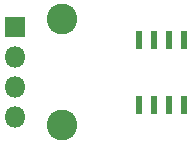
<source format=gbr>
%TF.GenerationSoftware,KiCad,Pcbnew,(5.1.6)-1*%
%TF.CreationDate,2021-11-18T20:06:08-06:00*%
%TF.ProjectId,DriveByWireMrSensor,44726976-6542-4795-9769-72654d725365,rev?*%
%TF.SameCoordinates,Original*%
%TF.FileFunction,Soldermask,Bot*%
%TF.FilePolarity,Negative*%
%FSLAX46Y46*%
G04 Gerber Fmt 4.6, Leading zero omitted, Abs format (unit mm)*
G04 Created by KiCad (PCBNEW (5.1.6)-1) date 2021-11-18 20:06:08*
%MOMM*%
%LPD*%
G01*
G04 APERTURE LIST*
%ADD10R,0.633400X1.560500*%
%ADD11R,1.800000X1.800000*%
%ADD12O,1.800000X1.800000*%
%ADD13C,2.600000*%
G04 APERTURE END LIST*
D10*
%TO.C,U2*%
X101645000Y-76425850D03*
X102915000Y-76425850D03*
X104185000Y-76425850D03*
X105455000Y-76425850D03*
X105455000Y-81874150D03*
X104185000Y-81874150D03*
X102915000Y-81874150D03*
X101645000Y-81874150D03*
%TD*%
D11*
%TO.C,J1*%
X91200000Y-75289999D03*
D12*
X91200000Y-77829999D03*
X91200000Y-80369999D03*
X91200000Y-82909999D03*
%TD*%
D13*
%TO.C,REF\u002A\u002A*%
X95200000Y-83600000D03*
%TD*%
%TO.C,REF\u002A\u002A*%
X95200000Y-74600000D03*
%TD*%
M02*

</source>
